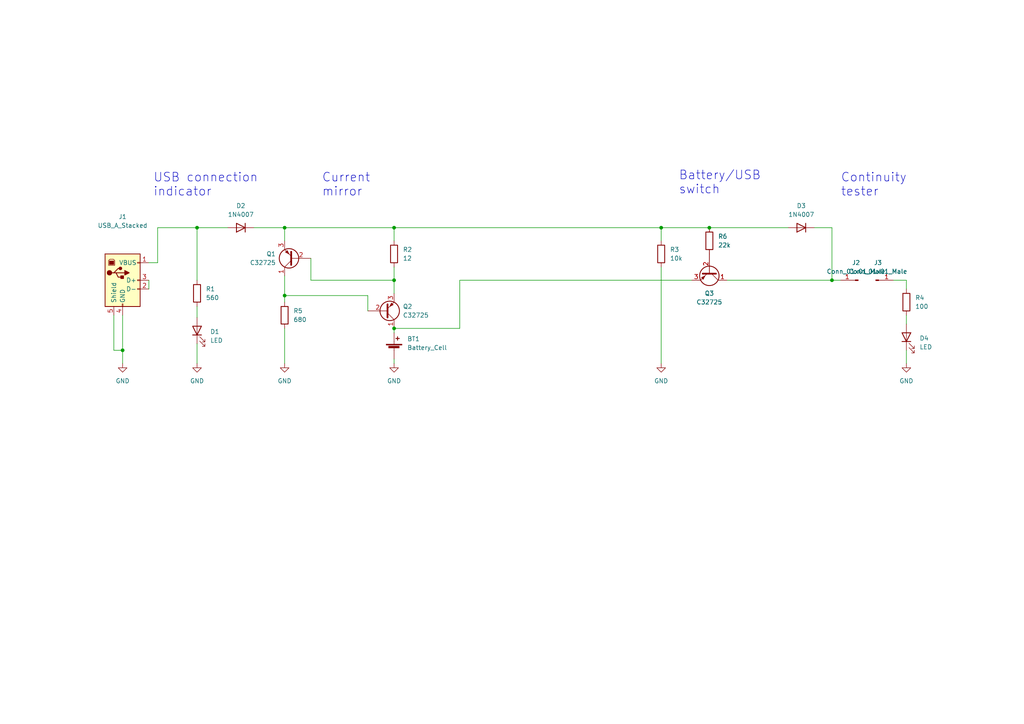
<source format=kicad_sch>
(kicad_sch (version 20211123) (generator eeschema)
  (paper "A4")
  (lib_symbols
    (symbol "Connector:Conn_01x01_Male" (pin_names (offset 1.016) hide)
      (property "Reference" "J" (at 0 2.54 0))
      (property "Value" "Conn_01x01_Male" (at 0 -2.54 0))
      (symbol "Conn_01x01_Male_1_1"
        (polyline (pts (xy 1.27 0) (xy 0.8636 0)) (stroke (width 0.1524)))
        (rectangle (start 0.8636 0.127) (end 0 -0.127) (stroke (width 0.1524)) (fill (type outline)))
        (pin passive line (at 5.08 0 180) (length 3.81) (name "Pin_1") (number "1"))
      )
    )
    (symbol "Connector:USB_B" (pin_names (offset 1.016))
      (property "Reference" "J" (at -5.08 11.43 0))
      (property "Value" "USB_B" (at -5.08 8.89 0))
      (symbol "USB_B_0_1"
        (rectangle (start -5.08 -7.62) (end 5.08 7.62) (stroke (width 0.254)) (fill (type background)))
        (circle (center -3.81 2.159) (radius 0.635) (stroke (width 0.254)) (fill (type outline)))
        (rectangle (start -3.81 5.588) (end -2.54 4.572) (fill (type outline)))
        (circle (center -0.635 3.429) (radius 0.381) (stroke (width 0.254)) (fill (type outline)))
        (rectangle (start -0.127 -7.62) (end 0.127 -6.858))
        (polyline (pts (xy -1.905 2.159) (xy 0.635 2.159)) (stroke (width 0.254)))
        (polyline (pts (xy -3.175 2.159) (xy -2.54 2.159) (xy -1.27 3.429) (xy -0.635 3.429)) (stroke (width 0.254)))
        (polyline (pts (xy -2.54 2.159) (xy -1.905 2.159) (xy -1.27 0.889) (xy 0 0.889)) (stroke (width 0.254)))
        (polyline (pts (xy 0.635 2.794) (xy 0.635 1.524) (xy 1.905 2.159) (xy 0.635 2.794)) (stroke (width 0.254)) (fill (type outline)))
        (polyline (pts (xy -4.064 4.318) (xy -2.286 4.318) (xy -2.286 5.715) (xy -2.667 6.096) (xy -3.683 6.096) (xy -4.064 5.715) (xy -4.064 4.318)))
        (rectangle (start 0.254 1.27) (end -0.508 0.508) (stroke (width 0.254)) (fill (type outline)))
        (rectangle (start 5.08 -2.667) (end 4.318 -2.413))
        (rectangle (start 5.08 -0.127) (end 4.318 0.127))
        (rectangle (start 5.08 4.953) (end 4.318 5.207))
      )
      (symbol "USB_B_1_1"
        (pin power_out line (at 7.62 5.08 180) (length 2.54) (name "VBUS") (number "1"))
        (pin bidirectional line (at 7.62 -2.54 180) (length 2.54) (name "D-") (number "2"))
        (pin bidirectional line (at 7.62 0 180) (length 2.54) (name "D+") (number "3"))
        (pin power_out line (at 0 -10.16 90) (length 2.54) (name "GND") (number "4"))
        (pin passive line (at -2.54 -10.16 90) (length 2.54) (name "Shield") (number "5"))
      )
    )
    (symbol "Device:Battery_Cell" (pin_numbers hide) (pin_names (offset 0) hide)
      (property "Reference" "BT" (at 2.54 2.54 0))
      (property "Value" "Battery_Cell" (at 2.54 0 0))
      (symbol "Battery_Cell_0_1"
        (rectangle (start -2.286 1.778) (end 2.286 1.524) (fill (type outline)))
        (rectangle (start -1.5748 1.1938) (end 1.4732 0.6858) (fill (type outline)))
        (polyline (pts (xy 0 0.762) (xy 0 0)))
        (polyline (pts (xy 0 1.778) (xy 0 2.54)))
        (polyline (pts (xy 0.508 3.429) (xy 1.524 3.429)) (stroke (width 0.254)))
        (polyline (pts (xy 1.016 3.937) (xy 1.016 2.921)) (stroke (width 0.254)))
      )
      (symbol "Battery_Cell_1_1"
        (pin passive line (at 0 5.08 270) (length 2.54) (name "+") (number "1"))
        (pin passive line (at 0 -2.54 90) (length 2.54) (name "-") (number "2"))
      )
    )
    (symbol "Device:D" (pin_numbers hide) (pin_names (offset 1.016) hide)
      (property "Reference" "D" (at 0 2.54 0))
      (property "Value" "D" (at 0 -2.54 0))
      (symbol "D_0_1"
        (polyline (pts (xy -1.27 1.27) (xy -1.27 -1.27)) (stroke (width 0.254)))
        (polyline (pts (xy 1.27 0) (xy -1.27 0)))
        (polyline (pts (xy 1.27 1.27) (xy 1.27 -1.27) (xy -1.27 0) (xy 1.27 1.27)) (stroke (width 0.254)))
      )
      (symbol "D_1_1"
        (pin passive line (at -3.81 0 0) (length 2.54) (name "K") (number "1"))
        (pin passive line (at 3.81 0 180) (length 2.54) (name "A") (number "2"))
      )
    )
    (symbol "Device:LED" (pin_numbers hide) (pin_names (offset 1.016) hide)
      (property "Reference" "D" (at 0 2.54 0))
      (property "Value" "LED" (at 0 -2.54 0))
      (symbol "LED_0_1"
        (polyline (pts (xy -1.27 -1.27) (xy -1.27 1.27)) (stroke (width 0.254)))
        (polyline (pts (xy -1.27 0) (xy 1.27 0)))
        (polyline (pts (xy 1.27 -1.27) (xy 1.27 1.27) (xy -1.27 0) (xy 1.27 -1.27)) (stroke (width 0.254)))
        (polyline (pts (xy -3.048 -0.762) (xy -4.572 -2.286) (xy -3.81 -2.286) (xy -4.572 -2.286) (xy -4.572 -1.524)))
        (polyline (pts (xy -1.778 -0.762) (xy -3.302 -2.286) (xy -2.54 -2.286) (xy -3.302 -2.286) (xy -3.302 -1.524)))
      )
      (symbol "LED_1_1"
        (pin passive line (at -3.81 0 0) (length 2.54) (name "K") (number "1"))
        (pin passive line (at 3.81 0 180) (length 2.54) (name "A") (number "2"))
      )
    )
    (symbol "Device:Q_PNP_CBE" (pin_names (offset 0) hide)
      (property "Reference" "Q" (at 5.08 1.27 0))
      (property "Value" "Q_PNP_CBE" (at 5.08 -1.27 0))
      (symbol "Q_PNP_CBE_0_1"
        (polyline (pts (xy 0.635 0.635) (xy 2.54 2.54)))
        (polyline (pts (xy 0.635 -0.635) (xy 2.54 -2.54) (xy 2.54 -2.54)))
        (polyline (pts (xy 0.635 1.905) (xy 0.635 -1.905) (xy 0.635 -1.905)) (stroke (width 0.508)))
        (polyline (pts (xy 2.286 -1.778) (xy 1.778 -2.286) (xy 1.27 -1.27) (xy 2.286 -1.778) (xy 2.286 -1.778)) (fill (type outline)))
        (circle (center 1.27 0) (radius 2.8194) (stroke (width 0.254)))
      )
      (symbol "Q_PNP_CBE_1_1"
        (pin passive line (at 2.54 5.08 270) (length 2.54) (name "C") (number "1"))
        (pin input line (at -5.08 0 0) (length 5.715) (name "B") (number "2"))
        (pin passive line (at 2.54 -5.08 90) (length 2.54) (name "E") (number "3"))
      )
    )
    (symbol "Device:R" (pin_numbers hide) (pin_names (offset 0))
      (property "Reference" "R" (at 2.032 0 90))
      (property "Value" "R" (at 0 0 90))
      (symbol "R_0_1"
        (rectangle (start -1.016 -2.54) (end 1.016 2.54) (stroke (width 0.254)))
      )
      (symbol "R_1_1"
        (pin passive line (at 0 3.81 270) (length 1.27) (name "~") (number "1"))
        (pin passive line (at 0 -3.81 90) (length 1.27) (name "~") (number "2"))
      )
    )
    (symbol "power:GND" (power) (pin_names (offset 0))
      (property "Value" "GND" (at 0 -3.81 0))
      (symbol "GND_0_1"
        (polyline (pts (xy 0 0) (xy 0 -1.27) (xy 1.27 -1.27) (xy 0 -2.54) (xy -1.27 -1.27) (xy 0 -1.27)))
      )
      (symbol "GND_1_1"
        (pin power_in line (at 0 0 270) (length 0) hide (name "GND") (number "1"))
      )
    )
  )
  (junction (at 82.55 66.04))
  (junction (at 35.56 101.6))
  (junction (at 205.74 66.04))
  (junction (at 114.3 95.25))
  (junction (at 114.3 66.04))
  (junction (at 57.15 66.04))
  (junction (at 191.77 66.04))
  (junction (at 114.3 81.28))
  (junction (at 241.3 81.28))
  (junction (at 82.55 85.725))
  (wire (pts (xy 82.55 69.85) (xy 82.55 66.04)))
  (wire (pts (xy 236.22 66.04) (xy 241.3 66.04)))
  (wire (pts (xy 82.55 66.04) (xy 114.3 66.04)))
  (wire (pts (xy 114.3 77.47) (xy 114.3 81.28)))
  (wire (pts (xy 191.77 77.47) (xy 191.77 105.41)))
  (wire (pts (xy 82.55 85.725) (xy 82.55 87.63)))
  (wire (pts (xy 210.82 81.28) (xy 241.3 81.28)))
  (wire (pts (xy 262.89 91.44) (xy 262.89 93.98)))
  (wire (pts (xy 35.56 101.6) (xy 35.56 105.41)))
  (wire (pts (xy 133.35 81.28) (xy 200.66 81.28)))
  (wire (pts (xy 57.15 66.04) (xy 66.04 66.04)))
  (wire (pts (xy 205.74 66.04) (xy 228.6 66.04)))
  (wire (pts (xy 45.72 66.04) (xy 57.15 66.04)))
  (wire (pts (xy 262.89 81.28) (xy 262.89 83.82)))
  (wire (pts (xy 191.77 66.04) (xy 191.77 69.85)))
  (wire (pts (xy 57.15 88.9) (xy 57.15 92.075)))
  (wire (pts (xy 241.3 81.28) (xy 241.3 66.04)))
  (wire (pts (xy 90.17 81.28) (xy 114.3 81.28)))
  (wire (pts (xy 73.66 66.04) (xy 82.55 66.04)))
  (wire (pts (xy 241.3 81.28) (xy 243.84 81.28)))
  (wire (pts (xy 57.15 99.695) (xy 57.15 105.41)))
  (wire (pts (xy 114.3 66.04) (xy 114.3 69.85)))
  (wire (pts (xy 82.55 80.01) (xy 82.55 85.725)))
  (wire (pts (xy 114.3 66.04) (xy 191.77 66.04)))
  (wire (pts (xy 114.3 95.25) (xy 114.3 96.52)))
  (wire (pts (xy 90.17 74.93) (xy 90.17 81.28)))
  (wire (pts (xy 114.3 81.28) (xy 114.3 85.09)))
  (wire (pts (xy 35.56 91.44) (xy 35.56 101.6)))
  (wire (pts (xy 57.15 66.04) (xy 57.15 81.28)))
  (wire (pts (xy 191.77 66.04) (xy 205.74 66.04)))
  (wire (pts (xy 114.3 104.14) (xy 114.3 105.41)))
  (wire (pts (xy 43.18 76.2) (xy 45.72 76.2)))
  (wire (pts (xy 133.35 95.25) (xy 133.35 81.28)))
  (wire (pts (xy 45.72 66.04) (xy 45.72 76.2)))
  (wire (pts (xy 114.3 95.25) (xy 133.35 95.25)))
  (wire (pts (xy 106.68 85.725) (xy 106.68 90.17)))
  (wire (pts (xy 259.08 81.28) (xy 262.89 81.28)))
  (wire (pts (xy 33.02 91.44) (xy 33.02 101.6)))
  (wire (pts (xy 262.89 101.6) (xy 262.89 105.41)))
  (wire (pts (xy 82.55 85.725) (xy 106.68 85.725)))
  (wire (pts (xy 43.18 81.28) (xy 43.18 83.82)))
  (wire (pts (xy 33.02 101.6) (xy 35.56 101.6)))
  (wire (pts (xy 82.55 95.25) (xy 82.55 105.41)))
  (text "Current\nmirror" (at 93.345 57.15 0) (effects (font (size 2.54 2.54)) (justify left bottom)))
  (text "Continuity\ntester" (at 243.84 57.15 0) (effects (font (size 2.54 2.54)) (justify left bottom)))
  (text "Battery/USB\nswitch" (at 196.85 56.515 0) (effects (font (size 2.54 2.54)) (justify left bottom)))
  (text "USB connection\nindicator" (at 44.45 57.15 0) (effects (font (size 2.54 2.54)) (justify left bottom)))
  (symbol (lib_id "Device:D") (at 69.85 66.04 180) (unit 1)
    (property "Reference" "D2" (at 69.85 59.69 0))
    (property "Value" "1N4007" (at 69.85 62.23 0))
    (property "Footprint" "Diode_THT:D_DO-41_SOD81_P10.16mm_Horizontal" (effects hide))
  )
  (symbol (lib_id "Device:Q_PNP_CBE") (at 85.09 74.93 180) (unit 1)
    (property "Reference" "Q1" (at 80.01 73.6599 0) (effects (justify left)))
    (property "Value" "C32725" (at 80.01 76.1999 0) (effects (justify left)))
    (property "Footprint" "Package_TO_SOT_THT:TO-92" (effects hide))
  )
  (symbol (lib_id "Device:R") (at 82.55 91.44 0) (unit 1)
    (property "Reference" "R5" (at 85.09 90.1699 0) (effects (justify left)))
    (property "Value" "680" (at 85.09 92.7099 0) (effects (justify left)))
    (property "Footprint" "Resistor_THT:R_Box_L13.0mm_W4.0mm_P9.00mm" (effects hide))
  )
  (symbol (lib_id "power:GND") (at 262.89 105.41 0) (unit 1)
    (property "Reference" "#PWR07" (effects hide))
    (property "Value" "GND" (at 262.89 110.49 0))
  )
  (symbol (lib_id "Device:Q_PNP_CBE") (at 111.76 90.17 0) (mirror x) (unit 1)
    (property "Reference" "Q2" (at 116.84 88.8999 0) (effects (justify left)))
    (property "Value" "C32725" (at 116.84 91.4399 0) (effects (justify left)))
    (property "Footprint" "Package_TO_SOT_THT:TO-92" (effects hide))
  )
  (symbol (lib_id "Device:R") (at 262.89 87.63 0) (unit 1)
    (property "Reference" "R4" (at 265.43 86.3599 0) (effects (justify left)))
    (property "Value" "100" (at 265.43 88.8999 0) (effects (justify left)))
    (property "Footprint" "Resistor_THT:R_Box_L13.0mm_W4.0mm_P9.00mm" (effects hide))
  )
  (symbol (lib_id "Device:R") (at 191.77 73.66 0) (unit 1)
    (property "Reference" "R3" (at 194.31 72.3899 0) (effects (justify left)))
    (property "Value" "10k" (at 194.31 74.9299 0) (effects (justify left)))
    (property "Footprint" "Resistor_THT:R_Box_L13.0mm_W4.0mm_P9.00mm" (effects hide))
  )
  (symbol (lib_id "Device:R") (at 205.74 69.85 0) (unit 1)
    (property "Reference" "R6" (at 208.28 68.5799 0) (effects (justify left)))
    (property "Value" "22k" (at 208.28 71.1199 0) (effects (justify left)))
    (property "Footprint" "Resistor_THT:R_Box_L13.0mm_W4.0mm_P9.00mm" (effects hide))
  )
  (symbol (lib_id "Device:R") (at 114.3 73.66 0) (unit 1)
    (property "Reference" "R2" (at 116.84 72.3899 0) (effects (justify left)))
    (property "Value" "12" (at 116.84 74.9299 0) (effects (justify left)))
    (property "Footprint" "Resistor_THT:R_Box_L13.0mm_W4.0mm_P9.00mm" (effects hide))
  )
  (symbol (lib_id "Device:Battery_Cell") (at 114.3 101.6 0) (unit 1)
    (property "Reference" "BT1" (at 118.11 98.2979 0) (effects (justify left)))
    (property "Value" "Battery_Cell" (at 118.11 100.8379 0) (effects (justify left)))
    (property "Footprint" "Battery:BatteryHolder_TruPower_BH-331P_3xAA" (effects hide))
  )
  (symbol (lib_id "power:GND") (at 114.3 105.41 0) (unit 1)
    (property "Reference" "#PWR04" (effects hide))
    (property "Value" "GND" (at 114.3 110.49 0))
  )
  (symbol (lib_id "power:GND") (at 57.15 105.41 0) (unit 1)
    (property "Reference" "#PWR02" (effects hide))
    (property "Value" "GND" (at 57.15 110.49 0))
  )
  (symbol (lib_id "Device:Q_PNP_CBE") (at 205.74 78.74 270) (unit 1)
    (property "Reference" "Q3" (at 205.74 85.09 90))
    (property "Value" "C32725" (at 205.74 87.63 90))
    (property "Footprint" "Package_TO_SOT_THT:TO-92" (effects hide))
  )
  (symbol (lib_id "power:GND") (at 35.56 105.41 0) (unit 1)
    (property "Reference" "#PWR01" (effects hide))
    (property "Value" "GND" (at 35.56 110.49 0))
  )
  (symbol (lib_id "power:GND") (at 82.55 105.41 0) (unit 1)
    (property "Reference" "#PWR03" (effects hide))
    (property "Value" "GND" (at 82.55 110.49 0))
  )
  (symbol (lib_id "Connector:Conn_01x01_Male") (at 254 81.28 0) (unit 1)
    (property "Reference" "J3" (at 254.635 76.2 0))
    (property "Value" "Conn_01x01_Male" (at 254.635 78.74 0))
    (property "Footprint" "TestPoint:TestPoint_Plated_Hole_D2.0mm" (effects hide))
  )
  (symbol (lib_id "Device:LED") (at 262.89 97.79 90) (unit 1)
    (property "Reference" "D4" (at 266.7 98.1074 90) (effects (justify right)))
    (property "Value" "LED" (at 266.7 100.6474 90) (effects (justify right)))
    (property "Footprint" "LED_THT:LED_D3.0mm" (effects hide))
  )
  (symbol (lib_id "power:GND") (at 191.77 105.41 0) (unit 1)
    (property "Reference" "#PWR06" (effects hide))
    (property "Value" "GND" (at 191.77 110.49 0))
  )
  (symbol (lib_id "Connector:USB_B") (at 35.56 81.28 0) (unit 1)
    (property "Reference" "J1" (at 35.56 62.865 0))
    (property "Value" "USB_A_Stacked" (at 35.56 65.405 0))
    (property "Footprint" "Connector_USB:USB_B_OST_USB-B1HSxx_Horizontal" (effects hide))
    (property "Datasheet" " ~" (effects hide))
  )
  (symbol (lib_id "Connector:Conn_01x01_Male") (at 248.92 81.28 180) (unit 1)
    (property "Reference" "J2" (at 248.285 76.2 0))
    (property "Value" "Conn_01x01_Male" (at 248.285 78.74 0))
    (property "Footprint" "TestPoint:TestPoint_Plated_Hole_D2.0mm" (effects hide))
  )
  (symbol (lib_id "Device:LED") (at 57.15 95.885 90) (unit 1)
    (property "Reference" "D1" (at 60.96 96.2024 90) (effects (justify right)))
    (property "Value" "LED" (at 60.96 98.7424 90) (effects (justify right)))
    (property "Footprint" "LED_THT:LED_D3.0mm" (effects hide))
  )
  (symbol (lib_id "Device:D") (at 232.41 66.04 180) (unit 1)
    (property "Reference" "D3" (at 232.41 59.69 0))
    (property "Value" "1N4007" (at 232.41 62.23 0))
    (property "Footprint" "Diode_THT:D_DO-41_SOD81_P10.16mm_Horizontal" (effects hide))
  )
  (symbol (lib_id "Device:R") (at 57.15 85.09 0) (unit 1)
    (property "Reference" "R1" (at 59.69 83.8199 0) (effects (justify left)))
    (property "Value" "560" (at 59.69 86.3599 0) (effects (justify left)))
    (property "Footprint" "Resistor_THT:R_Box_L13.0mm_W4.0mm_P9.00mm" (effects hide))
  )
)
</source>
